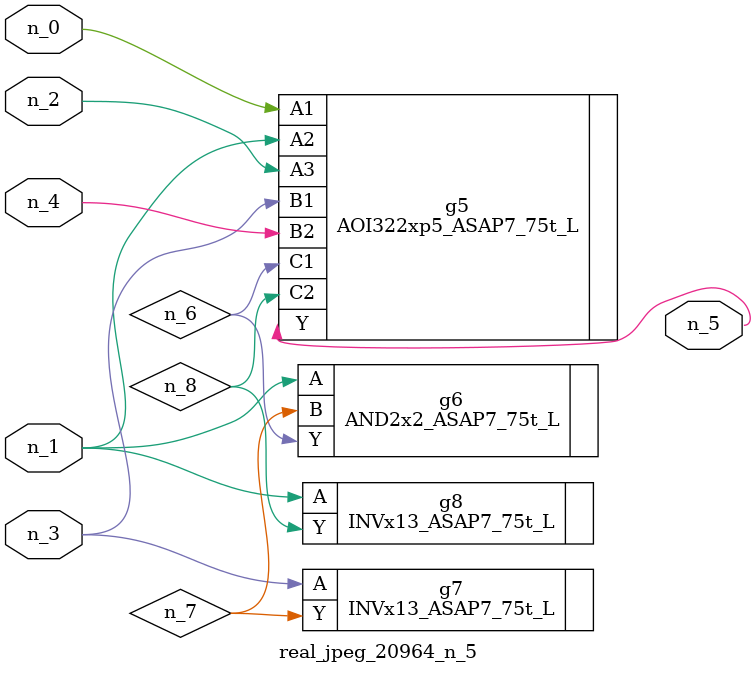
<source format=v>
module real_jpeg_20964_n_5 (n_4, n_0, n_1, n_2, n_3, n_5);

input n_4;
input n_0;
input n_1;
input n_2;
input n_3;

output n_5;

wire n_8;
wire n_6;
wire n_7;

AOI322xp5_ASAP7_75t_L g5 ( 
.A1(n_0),
.A2(n_1),
.A3(n_2),
.B1(n_3),
.B2(n_4),
.C1(n_6),
.C2(n_8),
.Y(n_5)
);

AND2x2_ASAP7_75t_L g6 ( 
.A(n_1),
.B(n_7),
.Y(n_6)
);

INVx13_ASAP7_75t_L g8 ( 
.A(n_1),
.Y(n_8)
);

INVx13_ASAP7_75t_L g7 ( 
.A(n_3),
.Y(n_7)
);


endmodule
</source>
